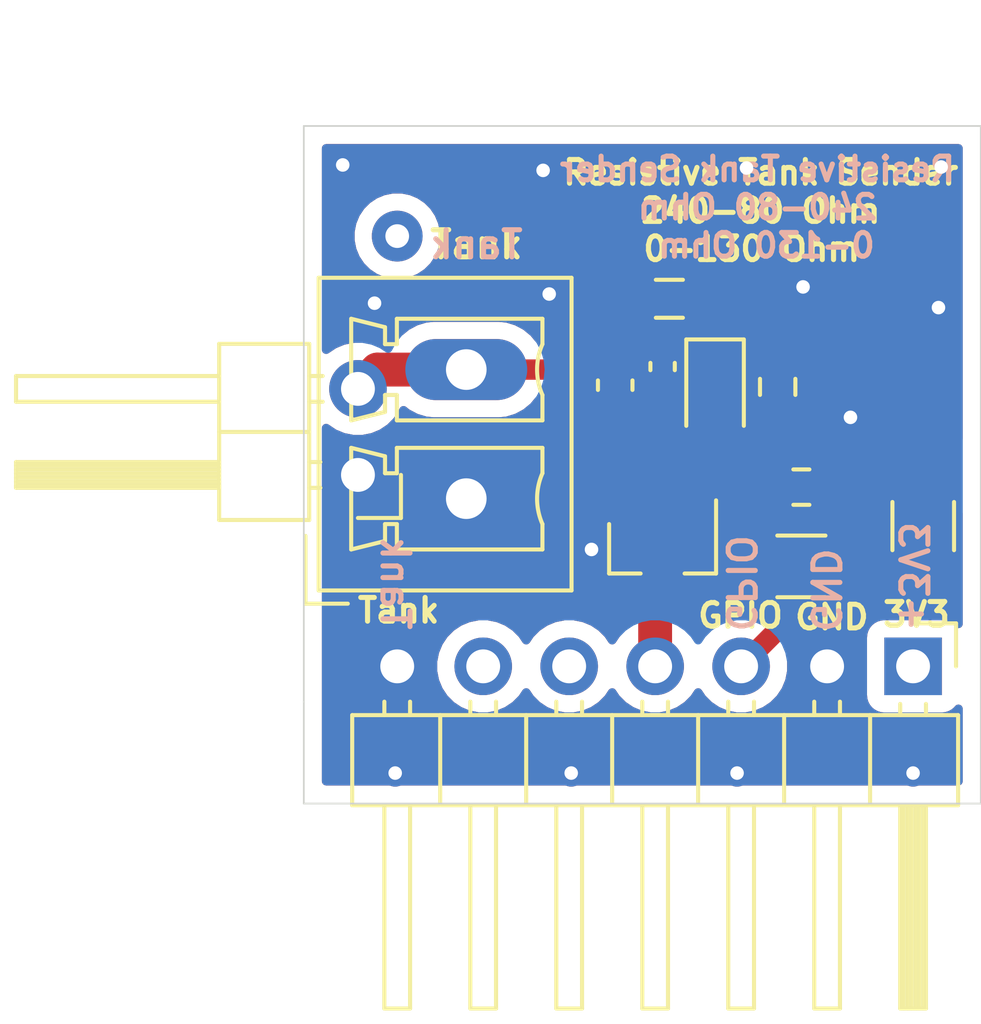
<source format=kicad_pcb>
(kicad_pcb (version 20171130) (host pcbnew "(5.1.8-0-10_14)")

  (general
    (thickness 1.6)
    (drawings 18)
    (tracks 79)
    (zones 0)
    (modules 13)
    (nets 7)
  )

  (page A4)
  (layers
    (0 F.Cu signal)
    (31 B.Cu signal)
    (32 B.Adhes user)
    (33 F.Adhes user)
    (34 B.Paste user hide)
    (35 F.Paste user hide)
    (36 B.SilkS user)
    (37 F.SilkS user)
    (38 B.Mask user hide)
    (39 F.Mask user hide)
    (40 Dwgs.User user)
    (41 Cmts.User user)
    (42 Eco1.User user)
    (43 Eco2.User user)
    (44 Edge.Cuts user)
    (45 Margin user)
    (46 B.CrtYd user)
    (47 F.CrtYd user)
    (48 B.Fab user)
    (49 F.Fab user)
  )

  (setup
    (last_trace_width 0.25)
    (user_trace_width 0.4)
    (user_trace_width 0.6)
    (user_trace_width 1)
    (trace_clearance 0.2)
    (zone_clearance 0.508)
    (zone_45_only no)
    (trace_min 0.2)
    (via_size 0.8)
    (via_drill 0.4)
    (via_min_size 0.4)
    (via_min_drill 0.3)
    (uvia_size 0.3)
    (uvia_drill 0.1)
    (uvias_allowed no)
    (uvia_min_size 0.2)
    (uvia_min_drill 0.1)
    (edge_width 0.05)
    (segment_width 0.2)
    (pcb_text_width 0.3)
    (pcb_text_size 1.5 1.5)
    (mod_edge_width 0.12)
    (mod_text_size 1 1)
    (mod_text_width 0.15)
    (pad_size 1.524 1.524)
    (pad_drill 0.762)
    (pad_to_mask_clearance 0)
    (aux_axis_origin 0 0)
    (visible_elements FFFFFF7F)
    (pcbplotparams
      (layerselection 0x010f0_ffffffff)
      (usegerberextensions false)
      (usegerberattributes true)
      (usegerberadvancedattributes true)
      (creategerberjobfile true)
      (excludeedgelayer false)
      (linewidth 0.100000)
      (plotframeref false)
      (viasonmask false)
      (mode 1)
      (useauxorigin false)
      (hpglpennumber 1)
      (hpglpenspeed 20)
      (hpglpendiameter 15.000000)
      (psnegative false)
      (psa4output false)
      (plotreference true)
      (plotvalue true)
      (plotinvisibletext false)
      (padsonsilk false)
      (subtractmaskfromsilk false)
      (outputformat 1)
      (mirror false)
      (drillshape 0)
      (scaleselection 1)
      (outputdirectory "assembly"))
  )

  (net 0 "")
  (net 1 GND)
  (net 2 "Net-(R102-Pad1)")
  (net 3 /VIN_PROT)
  (net 4 /Tank)
  (net 5 /GPIO_AD)
  (net 6 "Net-(C102-Pad1)")

  (net_class Default "This is the default net class."
    (clearance 0.2)
    (trace_width 0.25)
    (via_dia 0.8)
    (via_drill 0.4)
    (uvia_dia 0.3)
    (uvia_drill 0.1)
    (add_net +3V3)
    (add_net /GPIO_AD)
    (add_net /Tank)
    (add_net /VIN_PROT)
    (add_net GND)
    (add_net "Net-(C102-Pad1)")
    (add_net "Net-(J101-Pad5)")
    (add_net "Net-(J101-Pad6)")
    (add_net "Net-(R102-Pad1)")
  )

  (module Resistor_SMD:R_0603_1608Metric (layer F.Cu) (tedit 5F68FEEE) (tstamp 5FB90B88)
    (at 159 80.7 90)
    (descr "Resistor SMD 0603 (1608 Metric), square (rectangular) end terminal, IPC_7351 nominal, (Body size source: IPC-SM-782 page 72, https://www.pcb-3d.com/wordpress/wp-content/uploads/ipc-sm-782a_amendment_1_and_2.pdf), generated with kicad-footprint-generator")
    (tags resistor)
    (path /5FB2383C)
    (attr smd)
    (fp_text reference R102 (at 0 -1.43 90) (layer F.SilkS) hide
      (effects (font (size 1 1) (thickness 0.15)))
    )
    (fp_text value 470 (at 0 1.43 90) (layer F.Fab) hide
      (effects (font (size 1 1) (thickness 0.15)))
    )
    (fp_line (start 1.48 0.73) (end -1.48 0.73) (layer F.CrtYd) (width 0.05))
    (fp_line (start 1.48 -0.73) (end 1.48 0.73) (layer F.CrtYd) (width 0.05))
    (fp_line (start -1.48 -0.73) (end 1.48 -0.73) (layer F.CrtYd) (width 0.05))
    (fp_line (start -1.48 0.73) (end -1.48 -0.73) (layer F.CrtYd) (width 0.05))
    (fp_line (start -0.237258 0.5225) (end 0.237258 0.5225) (layer F.SilkS) (width 0.12))
    (fp_line (start -0.237258 -0.5225) (end 0.237258 -0.5225) (layer F.SilkS) (width 0.12))
    (fp_line (start 0.8 0.4125) (end -0.8 0.4125) (layer F.Fab) (width 0.1))
    (fp_line (start 0.8 -0.4125) (end 0.8 0.4125) (layer F.Fab) (width 0.1))
    (fp_line (start -0.8 -0.4125) (end 0.8 -0.4125) (layer F.Fab) (width 0.1))
    (fp_line (start -0.8 0.4125) (end -0.8 -0.4125) (layer F.Fab) (width 0.1))
    (fp_text user %R (at 0 0 90) (layer F.Fab) hide
      (effects (font (size 0.4 0.4) (thickness 0.06)))
    )
    (pad 2 smd roundrect (at 0.825 0 90) (size 0.8 0.95) (layers F.Cu F.Paste F.Mask) (roundrect_rratio 0.25)
      (net 6 "Net-(C102-Pad1)"))
    (pad 1 smd roundrect (at -0.825 0 90) (size 0.8 0.95) (layers F.Cu F.Paste F.Mask) (roundrect_rratio 0.25)
      (net 2 "Net-(R102-Pad1)"))
    (model ${KISYS3DMOD}/Resistor_SMD.3dshapes/R_0603_1608Metric.wrl
      (at (xyz 0 0 0))
      (scale (xyz 1 1 1))
      (rotate (xyz 0 0 0))
    )
  )

  (module Resistor_SMD:R_0603_1608Metric (layer F.Cu) (tedit 5F68FEEE) (tstamp 5FB8554C)
    (at 159.7 83.66 180)
    (descr "Resistor SMD 0603 (1608 Metric), square (rectangular) end terminal, IPC_7351 nominal, (Body size source: IPC-SM-782 page 72, https://www.pcb-3d.com/wordpress/wp-content/uploads/ipc-sm-782a_amendment_1_and_2.pdf), generated with kicad-footprint-generator")
    (tags resistor)
    (path /5FB23882)
    (attr smd)
    (fp_text reference R101 (at 0 -1.43) (layer F.SilkS) hide
      (effects (font (size 1 1) (thickness 0.15)))
    )
    (fp_text value 2K (at 0 1.43) (layer F.Fab) hide
      (effects (font (size 1 1) (thickness 0.15)))
    )
    (fp_line (start 1.48 0.73) (end -1.48 0.73) (layer F.CrtYd) (width 0.05))
    (fp_line (start 1.48 -0.73) (end 1.48 0.73) (layer F.CrtYd) (width 0.05))
    (fp_line (start -1.48 -0.73) (end 1.48 -0.73) (layer F.CrtYd) (width 0.05))
    (fp_line (start -1.48 0.73) (end -1.48 -0.73) (layer F.CrtYd) (width 0.05))
    (fp_line (start -0.237258 0.5225) (end 0.237258 0.5225) (layer F.SilkS) (width 0.12))
    (fp_line (start -0.237258 -0.5225) (end 0.237258 -0.5225) (layer F.SilkS) (width 0.12))
    (fp_line (start 0.8 0.4125) (end -0.8 0.4125) (layer F.Fab) (width 0.1))
    (fp_line (start 0.8 -0.4125) (end 0.8 0.4125) (layer F.Fab) (width 0.1))
    (fp_line (start -0.8 -0.4125) (end 0.8 -0.4125) (layer F.Fab) (width 0.1))
    (fp_line (start -0.8 0.4125) (end -0.8 -0.4125) (layer F.Fab) (width 0.1))
    (fp_text user %R (at 0 0) (layer F.Fab) hide
      (effects (font (size 0.4 0.4) (thickness 0.06)))
    )
    (pad 2 smd roundrect (at 0.825 0 180) (size 0.8 0.95) (layers F.Cu F.Paste F.Mask) (roundrect_rratio 0.25)
      (net 6 "Net-(C102-Pad1)"))
    (pad 1 smd roundrect (at -0.825 0 180) (size 0.8 0.95) (layers F.Cu F.Paste F.Mask) (roundrect_rratio 0.25)
      (net 5 /GPIO_AD))
    (model ${KISYS3DMOD}/Resistor_SMD.3dshapes/R_0603_1608Metric.wrl
      (at (xyz 0 0 0))
      (scale (xyz 1 1 1))
      (rotate (xyz 0 0 0))
    )
  )

  (module TestPoint:TestPoint_THTPad_D1.5mm_Drill0.7mm locked (layer F.Cu) (tedit 5FB7C017) (tstamp 5FB84DC2)
    (at 147.76 76.25)
    (descr "THT pad as test Point, diameter 1.5mm, hole diameter 0.7mm")
    (tags "test point THT pad")
    (attr virtual)
    (fp_text reference REF** (at 0 -1.648) (layer F.SilkS) hide
      (effects (font (size 1 1) (thickness 0.15)))
    )
    (fp_text value TestPoint_THTPad_D1.5mm_Drill0.7mm (at 0 1.75) (layer F.Fab) hide
      (effects (font (size 1 1) (thickness 0.15)))
    )
    (fp_text user %R (at 0 -1.65) (layer F.Fab) hide
      (effects (font (size 1 1) (thickness 0.15)))
    )
    (pad 1 thru_hole circle (at 0 0) (size 1.5 1.5) (drill 0.7) (layers *.Cu *.Mask))
  )

  (module Connector_Phoenix_MC:PhoenixContact_MCV_1,5_2-G-3.81_1x02_P3.81mm_Vertical (layer F.Cu) (tedit 5B784ED1) (tstamp 5FB867A2)
    (at 149.8 84 90)
    (descr "Generic Phoenix Contact connector footprint for: MCV_1,5/2-G-3.81; number of pins: 02; pin pitch: 3.81mm; Vertical || order number: 1803426 8A 160V")
    (tags "phoenix_contact connector MCV_01x02_G_3.81mm")
    (path /5FB71B2A)
    (attr virtual)
    (fp_text reference J103 (at 1.9 -5.45 90) (layer F.SilkS) hide
      (effects (font (size 1 1) (thickness 0.15)))
    )
    (fp_text value TANK (at 1.9 4.2 90) (layer F.Fab) hide
      (effects (font (size 1 1) (thickness 0.15)))
    )
    (fp_line (start -3.1 -4.75) (end -1.1 -4.75) (layer F.Fab) (width 0.1))
    (fp_line (start -3.1 -3.5) (end -3.1 -4.75) (layer F.Fab) (width 0.1))
    (fp_line (start -3.1 -4.75) (end -1.1 -4.75) (layer F.SilkS) (width 0.12))
    (fp_line (start -3.1 -3.5) (end -3.1 -4.75) (layer F.SilkS) (width 0.12))
    (fp_line (start 6.91 -4.75) (end -3.1 -4.75) (layer F.CrtYd) (width 0.05))
    (fp_line (start 6.91 3.5) (end 6.91 -4.75) (layer F.CrtYd) (width 0.05))
    (fp_line (start -3.1 3.5) (end 6.91 3.5) (layer F.CrtYd) (width 0.05))
    (fp_line (start -3.1 -4.75) (end -3.1 3.5) (layer F.CrtYd) (width 0.05))
    (fp_line (start 5.31 2.25) (end 4.56 2.25) (layer F.SilkS) (width 0.12))
    (fp_line (start 5.31 -2.05) (end 5.31 2.25) (layer F.SilkS) (width 0.12))
    (fp_line (start 4.56 -2.05) (end 5.31 -2.05) (layer F.SilkS) (width 0.12))
    (fp_line (start 4.56 -2.4) (end 4.56 -2.05) (layer F.SilkS) (width 0.12))
    (fp_line (start 5.06 -2.4) (end 4.56 -2.4) (layer F.SilkS) (width 0.12))
    (fp_line (start 5.31 -3.4) (end 5.06 -2.4) (layer F.SilkS) (width 0.12))
    (fp_line (start 2.31 -3.4) (end 5.31 -3.4) (layer F.SilkS) (width 0.12))
    (fp_line (start 2.56 -2.4) (end 2.31 -3.4) (layer F.SilkS) (width 0.12))
    (fp_line (start 3.06 -2.4) (end 2.56 -2.4) (layer F.SilkS) (width 0.12))
    (fp_line (start 3.06 -2.05) (end 3.06 -2.4) (layer F.SilkS) (width 0.12))
    (fp_line (start 2.31 -2.05) (end 3.06 -2.05) (layer F.SilkS) (width 0.12))
    (fp_line (start 2.31 2.25) (end 2.31 -2.05) (layer F.SilkS) (width 0.12))
    (fp_line (start 3.06 2.25) (end 2.31 2.25) (layer F.SilkS) (width 0.12))
    (fp_line (start 1.5 2.25) (end 0.75 2.25) (layer F.SilkS) (width 0.12))
    (fp_line (start 1.5 -2.05) (end 1.5 2.25) (layer F.SilkS) (width 0.12))
    (fp_line (start 0.75 -2.05) (end 1.5 -2.05) (layer F.SilkS) (width 0.12))
    (fp_line (start 0.75 -2.4) (end 0.75 -2.05) (layer F.SilkS) (width 0.12))
    (fp_line (start 1.25 -2.4) (end 0.75 -2.4) (layer F.SilkS) (width 0.12))
    (fp_line (start 1.5 -3.4) (end 1.25 -2.4) (layer F.SilkS) (width 0.12))
    (fp_line (start -1.5 -3.4) (end 1.5 -3.4) (layer F.SilkS) (width 0.12))
    (fp_line (start -1.25 -2.4) (end -1.5 -3.4) (layer F.SilkS) (width 0.12))
    (fp_line (start -0.75 -2.4) (end -1.25 -2.4) (layer F.SilkS) (width 0.12))
    (fp_line (start -0.75 -2.05) (end -0.75 -2.4) (layer F.SilkS) (width 0.12))
    (fp_line (start -1.5 -2.05) (end -0.75 -2.05) (layer F.SilkS) (width 0.12))
    (fp_line (start -1.5 2.25) (end -1.5 -2.05) (layer F.SilkS) (width 0.12))
    (fp_line (start -0.75 2.25) (end -1.5 2.25) (layer F.SilkS) (width 0.12))
    (fp_line (start 6.41 -4.25) (end -2.6 -4.25) (layer F.Fab) (width 0.1))
    (fp_line (start 6.41 3) (end 6.41 -4.25) (layer F.Fab) (width 0.1))
    (fp_line (start -2.6 3) (end 6.41 3) (layer F.Fab) (width 0.1))
    (fp_line (start -2.6 -4.25) (end -2.6 3) (layer F.Fab) (width 0.1))
    (fp_line (start 6.52 -4.36) (end -2.71 -4.36) (layer F.SilkS) (width 0.12))
    (fp_line (start 6.52 3.11) (end 6.52 -4.36) (layer F.SilkS) (width 0.12))
    (fp_line (start -2.71 3.11) (end 6.52 3.11) (layer F.SilkS) (width 0.12))
    (fp_line (start -2.71 -4.36) (end -2.71 3.11) (layer F.SilkS) (width 0.12))
    (fp_text user %R (at 1.9 -3.55 90) (layer F.Fab) hide
      (effects (font (size 1 1) (thickness 0.15)))
    )
    (fp_arc (start 3.81 3.95) (end 3.06 2.25) (angle 47.6) (layer F.SilkS) (width 0.12))
    (fp_arc (start 0 3.95) (end -0.75 2.25) (angle 47.6) (layer F.SilkS) (width 0.12))
    (pad 2 thru_hole oval (at 3.81 0 90) (size 1.8 3.6) (drill 1.2) (layers *.Cu *.Mask)
      (net 4 /Tank))
    (pad 1 thru_hole roundrect (at 0 0 90) (size 1.8 3.6) (drill 1.2) (layers *.Cu *.Mask) (roundrect_rratio 0.138889)
      (net 1 GND))
    (model ${KISYS3DMOD}/Connector_Phoenix_MC.3dshapes/PhoenixContact_MCV_1,5_2-G-3.81_1x02_P3.81mm_Vertical.wrl
      (at (xyz 0 0 0))
      (scale (xyz 1 1 1))
      (rotate (xyz 0 0 0))
    )
  )

  (module Connector_PinHeader_2.54mm:PinHeader_1x07_P2.54mm_Horizontal (layer F.Cu) (tedit 59FED5CB) (tstamp 5FB7C6CA)
    (at 163 88.95 270)
    (descr "Through hole angled pin header, 1x07, 2.54mm pitch, 6mm pin length, single row")
    (tags "Through hole angled pin header THT 1x07 2.54mm single row")
    (path /5FB70ADD)
    (fp_text reference J101 (at 4.385 -2.27 90) (layer F.SilkS) hide
      (effects (font (size 1 1) (thickness 0.15)))
    )
    (fp_text value Interface (at 4.385 17.51 90) (layer F.Fab) hide
      (effects (font (size 1 1) (thickness 0.15)))
    )
    (fp_line (start 10.55 -1.8) (end -1.8 -1.8) (layer F.CrtYd) (width 0.05))
    (fp_line (start 10.55 17.05) (end 10.55 -1.8) (layer F.CrtYd) (width 0.05))
    (fp_line (start -1.8 17.05) (end 10.55 17.05) (layer F.CrtYd) (width 0.05))
    (fp_line (start -1.8 -1.8) (end -1.8 17.05) (layer F.CrtYd) (width 0.05))
    (fp_line (start -1.27 -1.27) (end 0 -1.27) (layer F.SilkS) (width 0.12))
    (fp_line (start -1.27 0) (end -1.27 -1.27) (layer F.SilkS) (width 0.12))
    (fp_line (start 1.042929 15.62) (end 1.44 15.62) (layer F.SilkS) (width 0.12))
    (fp_line (start 1.042929 14.86) (end 1.44 14.86) (layer F.SilkS) (width 0.12))
    (fp_line (start 10.1 15.62) (end 4.1 15.62) (layer F.SilkS) (width 0.12))
    (fp_line (start 10.1 14.86) (end 10.1 15.62) (layer F.SilkS) (width 0.12))
    (fp_line (start 4.1 14.86) (end 10.1 14.86) (layer F.SilkS) (width 0.12))
    (fp_line (start 1.44 13.97) (end 4.1 13.97) (layer F.SilkS) (width 0.12))
    (fp_line (start 1.042929 13.08) (end 1.44 13.08) (layer F.SilkS) (width 0.12))
    (fp_line (start 1.042929 12.32) (end 1.44 12.32) (layer F.SilkS) (width 0.12))
    (fp_line (start 10.1 13.08) (end 4.1 13.08) (layer F.SilkS) (width 0.12))
    (fp_line (start 10.1 12.32) (end 10.1 13.08) (layer F.SilkS) (width 0.12))
    (fp_line (start 4.1 12.32) (end 10.1 12.32) (layer F.SilkS) (width 0.12))
    (fp_line (start 1.44 11.43) (end 4.1 11.43) (layer F.SilkS) (width 0.12))
    (fp_line (start 1.042929 10.54) (end 1.44 10.54) (layer F.SilkS) (width 0.12))
    (fp_line (start 1.042929 9.78) (end 1.44 9.78) (layer F.SilkS) (width 0.12))
    (fp_line (start 10.1 10.54) (end 4.1 10.54) (layer F.SilkS) (width 0.12))
    (fp_line (start 10.1 9.78) (end 10.1 10.54) (layer F.SilkS) (width 0.12))
    (fp_line (start 4.1 9.78) (end 10.1 9.78) (layer F.SilkS) (width 0.12))
    (fp_line (start 1.44 8.89) (end 4.1 8.89) (layer F.SilkS) (width 0.12))
    (fp_line (start 1.042929 8) (end 1.44 8) (layer F.SilkS) (width 0.12))
    (fp_line (start 1.042929 7.24) (end 1.44 7.24) (layer F.SilkS) (width 0.12))
    (fp_line (start 10.1 8) (end 4.1 8) (layer F.SilkS) (width 0.12))
    (fp_line (start 10.1 7.24) (end 10.1 8) (layer F.SilkS) (width 0.12))
    (fp_line (start 4.1 7.24) (end 10.1 7.24) (layer F.SilkS) (width 0.12))
    (fp_line (start 1.44 6.35) (end 4.1 6.35) (layer F.SilkS) (width 0.12))
    (fp_line (start 1.042929 5.46) (end 1.44 5.46) (layer F.SilkS) (width 0.12))
    (fp_line (start 1.042929 4.7) (end 1.44 4.7) (layer F.SilkS) (width 0.12))
    (fp_line (start 10.1 5.46) (end 4.1 5.46) (layer F.SilkS) (width 0.12))
    (fp_line (start 10.1 4.7) (end 10.1 5.46) (layer F.SilkS) (width 0.12))
    (fp_line (start 4.1 4.7) (end 10.1 4.7) (layer F.SilkS) (width 0.12))
    (fp_line (start 1.44 3.81) (end 4.1 3.81) (layer F.SilkS) (width 0.12))
    (fp_line (start 1.042929 2.92) (end 1.44 2.92) (layer F.SilkS) (width 0.12))
    (fp_line (start 1.042929 2.16) (end 1.44 2.16) (layer F.SilkS) (width 0.12))
    (fp_line (start 10.1 2.92) (end 4.1 2.92) (layer F.SilkS) (width 0.12))
    (fp_line (start 10.1 2.16) (end 10.1 2.92) (layer F.SilkS) (width 0.12))
    (fp_line (start 4.1 2.16) (end 10.1 2.16) (layer F.SilkS) (width 0.12))
    (fp_line (start 1.44 1.27) (end 4.1 1.27) (layer F.SilkS) (width 0.12))
    (fp_line (start 1.11 0.38) (end 1.44 0.38) (layer F.SilkS) (width 0.12))
    (fp_line (start 1.11 -0.38) (end 1.44 -0.38) (layer F.SilkS) (width 0.12))
    (fp_line (start 4.1 0.28) (end 10.1 0.28) (layer F.SilkS) (width 0.12))
    (fp_line (start 4.1 0.16) (end 10.1 0.16) (layer F.SilkS) (width 0.12))
    (fp_line (start 4.1 0.04) (end 10.1 0.04) (layer F.SilkS) (width 0.12))
    (fp_line (start 4.1 -0.08) (end 10.1 -0.08) (layer F.SilkS) (width 0.12))
    (fp_line (start 4.1 -0.2) (end 10.1 -0.2) (layer F.SilkS) (width 0.12))
    (fp_line (start 4.1 -0.32) (end 10.1 -0.32) (layer F.SilkS) (width 0.12))
    (fp_line (start 10.1 0.38) (end 4.1 0.38) (layer F.SilkS) (width 0.12))
    (fp_line (start 10.1 -0.38) (end 10.1 0.38) (layer F.SilkS) (width 0.12))
    (fp_line (start 4.1 -0.38) (end 10.1 -0.38) (layer F.SilkS) (width 0.12))
    (fp_line (start 4.1 -1.33) (end 1.44 -1.33) (layer F.SilkS) (width 0.12))
    (fp_line (start 4.1 16.57) (end 4.1 -1.33) (layer F.SilkS) (width 0.12))
    (fp_line (start 1.44 16.57) (end 4.1 16.57) (layer F.SilkS) (width 0.12))
    (fp_line (start 1.44 -1.33) (end 1.44 16.57) (layer F.SilkS) (width 0.12))
    (fp_line (start 4.04 15.56) (end 10.04 15.56) (layer F.Fab) (width 0.1))
    (fp_line (start 10.04 14.92) (end 10.04 15.56) (layer F.Fab) (width 0.1))
    (fp_line (start 4.04 14.92) (end 10.04 14.92) (layer F.Fab) (width 0.1))
    (fp_line (start -0.32 15.56) (end 1.5 15.56) (layer F.Fab) (width 0.1))
    (fp_line (start -0.32 14.92) (end -0.32 15.56) (layer F.Fab) (width 0.1))
    (fp_line (start -0.32 14.92) (end 1.5 14.92) (layer F.Fab) (width 0.1))
    (fp_line (start 4.04 13.02) (end 10.04 13.02) (layer F.Fab) (width 0.1))
    (fp_line (start 10.04 12.38) (end 10.04 13.02) (layer F.Fab) (width 0.1))
    (fp_line (start 4.04 12.38) (end 10.04 12.38) (layer F.Fab) (width 0.1))
    (fp_line (start -0.32 13.02) (end 1.5 13.02) (layer F.Fab) (width 0.1))
    (fp_line (start -0.32 12.38) (end -0.32 13.02) (layer F.Fab) (width 0.1))
    (fp_line (start -0.32 12.38) (end 1.5 12.38) (layer F.Fab) (width 0.1))
    (fp_line (start 4.04 10.48) (end 10.04 10.48) (layer F.Fab) (width 0.1))
    (fp_line (start 10.04 9.84) (end 10.04 10.48) (layer F.Fab) (width 0.1))
    (fp_line (start 4.04 9.84) (end 10.04 9.84) (layer F.Fab) (width 0.1))
    (fp_line (start -0.32 10.48) (end 1.5 10.48) (layer F.Fab) (width 0.1))
    (fp_line (start -0.32 9.84) (end -0.32 10.48) (layer F.Fab) (width 0.1))
    (fp_line (start -0.32 9.84) (end 1.5 9.84) (layer F.Fab) (width 0.1))
    (fp_line (start 4.04 7.94) (end 10.04 7.94) (layer F.Fab) (width 0.1))
    (fp_line (start 10.04 7.3) (end 10.04 7.94) (layer F.Fab) (width 0.1))
    (fp_line (start 4.04 7.3) (end 10.04 7.3) (layer F.Fab) (width 0.1))
    (fp_line (start -0.32 7.94) (end 1.5 7.94) (layer F.Fab) (width 0.1))
    (fp_line (start -0.32 7.3) (end -0.32 7.94) (layer F.Fab) (width 0.1))
    (fp_line (start -0.32 7.3) (end 1.5 7.3) (layer F.Fab) (width 0.1))
    (fp_line (start 4.04 5.4) (end 10.04 5.4) (layer F.Fab) (width 0.1))
    (fp_line (start 10.04 4.76) (end 10.04 5.4) (layer F.Fab) (width 0.1))
    (fp_line (start 4.04 4.76) (end 10.04 4.76) (layer F.Fab) (width 0.1))
    (fp_line (start -0.32 5.4) (end 1.5 5.4) (layer F.Fab) (width 0.1))
    (fp_line (start -0.32 4.76) (end -0.32 5.4) (layer F.Fab) (width 0.1))
    (fp_line (start -0.32 4.76) (end 1.5 4.76) (layer F.Fab) (width 0.1))
    (fp_line (start 4.04 2.86) (end 10.04 2.86) (layer F.Fab) (width 0.1))
    (fp_line (start 10.04 2.22) (end 10.04 2.86) (layer F.Fab) (width 0.1))
    (fp_line (start 4.04 2.22) (end 10.04 2.22) (layer F.Fab) (width 0.1))
    (fp_line (start -0.32 2.86) (end 1.5 2.86) (layer F.Fab) (width 0.1))
    (fp_line (start -0.32 2.22) (end -0.32 2.86) (layer F.Fab) (width 0.1))
    (fp_line (start -0.32 2.22) (end 1.5 2.22) (layer F.Fab) (width 0.1))
    (fp_line (start 4.04 0.32) (end 10.04 0.32) (layer F.Fab) (width 0.1))
    (fp_line (start 10.04 -0.32) (end 10.04 0.32) (layer F.Fab) (width 0.1))
    (fp_line (start 4.04 -0.32) (end 10.04 -0.32) (layer F.Fab) (width 0.1))
    (fp_line (start -0.32 0.32) (end 1.5 0.32) (layer F.Fab) (width 0.1))
    (fp_line (start -0.32 -0.32) (end -0.32 0.32) (layer F.Fab) (width 0.1))
    (fp_line (start -0.32 -0.32) (end 1.5 -0.32) (layer F.Fab) (width 0.1))
    (fp_line (start 1.5 -0.635) (end 2.135 -1.27) (layer F.Fab) (width 0.1))
    (fp_line (start 1.5 16.51) (end 1.5 -0.635) (layer F.Fab) (width 0.1))
    (fp_line (start 4.04 16.51) (end 1.5 16.51) (layer F.Fab) (width 0.1))
    (fp_line (start 4.04 -1.27) (end 4.04 16.51) (layer F.Fab) (width 0.1))
    (fp_line (start 2.135 -1.27) (end 4.04 -1.27) (layer F.Fab) (width 0.1))
    (fp_text user %R (at 2.77 7.62) (layer F.Fab) hide
      (effects (font (size 1 1) (thickness 0.15)))
    )
    (pad 7 thru_hole oval (at 0 15.24 270) (size 1.7 1.7) (drill 1) (layers *.Cu *.Mask)
      (net 1 GND))
    (pad 6 thru_hole oval (at 0 12.7 270) (size 1.7 1.7) (drill 1) (layers *.Cu *.Mask))
    (pad 5 thru_hole oval (at 0 10.16 270) (size 1.7 1.7) (drill 1) (layers *.Cu *.Mask))
    (pad 4 thru_hole oval (at 0 7.62 270) (size 1.7 1.7) (drill 1) (layers *.Cu *.Mask)
      (net 3 /VIN_PROT))
    (pad 3 thru_hole oval (at 0 5.08 270) (size 1.7 1.7) (drill 1) (layers *.Cu *.Mask)
      (net 5 /GPIO_AD))
    (pad 2 thru_hole oval (at 0 2.54 270) (size 1.7 1.7) (drill 1) (layers *.Cu *.Mask)
      (net 1 GND))
    (pad 1 thru_hole rect (at 0 0 270) (size 1.7 1.7) (drill 1) (layers *.Cu *.Mask))
    (model ${KISYS3DMOD}/Connector_PinHeader_2.54mm.3dshapes/PinHeader_1x07_P2.54mm_Horizontal.wrl
      (at (xyz 0 0 0))
      (scale (xyz 1 1 1))
      (rotate (xyz 0 0 0))
    )
  )

  (module Connector_PinHeader_2.54mm:PinHeader_1x02_P2.54mm_Horizontal (layer F.Cu) (tedit 59FED5CB) (tstamp 5FB8560A)
    (at 146.6 83.3 180)
    (descr "Through hole angled pin header, 1x02, 2.54mm pitch, 6mm pin length, single row")
    (tags "Through hole angled pin header THT 1x02 2.54mm single row")
    (path /5FB2386E)
    (fp_text reference J102 (at 4.385 -2.27) (layer F.SilkS) hide
      (effects (font (size 1 1) (thickness 0.15)))
    )
    (fp_text value TANK (at 4.385 4.81) (layer F.Fab) hide
      (effects (font (size 1 1) (thickness 0.15)))
    )
    (fp_line (start 10.55 -1.8) (end -1.8 -1.8) (layer F.CrtYd) (width 0.05))
    (fp_line (start 10.55 4.35) (end 10.55 -1.8) (layer F.CrtYd) (width 0.05))
    (fp_line (start -1.8 4.35) (end 10.55 4.35) (layer F.CrtYd) (width 0.05))
    (fp_line (start -1.8 -1.8) (end -1.8 4.35) (layer F.CrtYd) (width 0.05))
    (fp_line (start -1.27 -1.27) (end 0 -1.27) (layer F.SilkS) (width 0.12))
    (fp_line (start -1.27 0) (end -1.27 -1.27) (layer F.SilkS) (width 0.12))
    (fp_line (start 1.042929 2.92) (end 1.44 2.92) (layer F.SilkS) (width 0.12))
    (fp_line (start 1.042929 2.16) (end 1.44 2.16) (layer F.SilkS) (width 0.12))
    (fp_line (start 10.1 2.92) (end 4.1 2.92) (layer F.SilkS) (width 0.12))
    (fp_line (start 10.1 2.16) (end 10.1 2.92) (layer F.SilkS) (width 0.12))
    (fp_line (start 4.1 2.16) (end 10.1 2.16) (layer F.SilkS) (width 0.12))
    (fp_line (start 1.44 1.27) (end 4.1 1.27) (layer F.SilkS) (width 0.12))
    (fp_line (start 1.11 0.38) (end 1.44 0.38) (layer F.SilkS) (width 0.12))
    (fp_line (start 1.11 -0.38) (end 1.44 -0.38) (layer F.SilkS) (width 0.12))
    (fp_line (start 4.1 0.28) (end 10.1 0.28) (layer F.SilkS) (width 0.12))
    (fp_line (start 4.1 0.16) (end 10.1 0.16) (layer F.SilkS) (width 0.12))
    (fp_line (start 4.1 0.04) (end 10.1 0.04) (layer F.SilkS) (width 0.12))
    (fp_line (start 4.1 -0.08) (end 10.1 -0.08) (layer F.SilkS) (width 0.12))
    (fp_line (start 4.1 -0.2) (end 10.1 -0.2) (layer F.SilkS) (width 0.12))
    (fp_line (start 4.1 -0.32) (end 10.1 -0.32) (layer F.SilkS) (width 0.12))
    (fp_line (start 10.1 0.38) (end 4.1 0.38) (layer F.SilkS) (width 0.12))
    (fp_line (start 10.1 -0.38) (end 10.1 0.38) (layer F.SilkS) (width 0.12))
    (fp_line (start 4.1 -0.38) (end 10.1 -0.38) (layer F.SilkS) (width 0.12))
    (fp_line (start 4.1 -1.33) (end 1.44 -1.33) (layer F.SilkS) (width 0.12))
    (fp_line (start 4.1 3.87) (end 4.1 -1.33) (layer F.SilkS) (width 0.12))
    (fp_line (start 1.44 3.87) (end 4.1 3.87) (layer F.SilkS) (width 0.12))
    (fp_line (start 1.44 -1.33) (end 1.44 3.87) (layer F.SilkS) (width 0.12))
    (fp_line (start 4.04 2.86) (end 10.04 2.86) (layer F.Fab) (width 0.1))
    (fp_line (start 10.04 2.22) (end 10.04 2.86) (layer F.Fab) (width 0.1))
    (fp_line (start 4.04 2.22) (end 10.04 2.22) (layer F.Fab) (width 0.1))
    (fp_line (start -0.32 2.86) (end 1.5 2.86) (layer F.Fab) (width 0.1))
    (fp_line (start -0.32 2.22) (end -0.32 2.86) (layer F.Fab) (width 0.1))
    (fp_line (start -0.32 2.22) (end 1.5 2.22) (layer F.Fab) (width 0.1))
    (fp_line (start 4.04 0.32) (end 10.04 0.32) (layer F.Fab) (width 0.1))
    (fp_line (start 10.04 -0.32) (end 10.04 0.32) (layer F.Fab) (width 0.1))
    (fp_line (start 4.04 -0.32) (end 10.04 -0.32) (layer F.Fab) (width 0.1))
    (fp_line (start -0.32 0.32) (end 1.5 0.32) (layer F.Fab) (width 0.1))
    (fp_line (start -0.32 -0.32) (end -0.32 0.32) (layer F.Fab) (width 0.1))
    (fp_line (start -0.32 -0.32) (end 1.5 -0.32) (layer F.Fab) (width 0.1))
    (fp_line (start 1.5 -0.635) (end 2.135 -1.27) (layer F.Fab) (width 0.1))
    (fp_line (start 1.5 3.81) (end 1.5 -0.635) (layer F.Fab) (width 0.1))
    (fp_line (start 4.04 3.81) (end 1.5 3.81) (layer F.Fab) (width 0.1))
    (fp_line (start 4.04 -1.27) (end 4.04 3.81) (layer F.Fab) (width 0.1))
    (fp_line (start 2.135 -1.27) (end 4.04 -1.27) (layer F.Fab) (width 0.1))
    (fp_text user %R (at 2.77 1.27 90) (layer F.Fab) hide
      (effects (font (size 1 1) (thickness 0.15)))
    )
    (pad 2 thru_hole oval (at 0 2.54 180) (size 1.7 1.7) (drill 1) (layers *.Cu *.Mask)
      (net 4 /Tank))
    (pad 1 thru_hole rect (at 0 0 180) (size 1.7 1.7) (drill 1) (layers *.Cu *.Mask)
      (net 1 GND))
    (model ${KISYS3DMOD}/Connector_PinHeader_2.54mm.3dshapes/PinHeader_1x02_P2.54mm_Horizontal.wrl
      (at (xyz 0 0 0))
      (scale (xyz 1 1 1))
      (rotate (xyz 0 0 0))
    )
  )

  (module Package_TO_SOT_SMD:SOT-23 (layer F.Cu) (tedit 5A02FF57) (tstamp 5FB855B0)
    (at 155.6 85.45 270)
    (descr "SOT-23, Standard")
    (tags SOT-23)
    (path /5FB238C7)
    (attr smd)
    (fp_text reference U101 (at 0 -2.5 90) (layer F.SilkS) hide
      (effects (font (size 1 1) (thickness 0.15)))
    )
    (fp_text value H7550-H# (at 0 2.5 90) (layer F.Fab) hide
      (effects (font (size 1 1) (thickness 0.15)))
    )
    (fp_line (start -0.7 -0.95) (end -0.7 1.5) (layer F.Fab) (width 0.1))
    (fp_line (start -0.15 -1.52) (end 0.7 -1.52) (layer F.Fab) (width 0.1))
    (fp_line (start -0.7 -0.95) (end -0.15 -1.52) (layer F.Fab) (width 0.1))
    (fp_line (start 0.7 -1.52) (end 0.7 1.52) (layer F.Fab) (width 0.1))
    (fp_line (start -0.7 1.52) (end 0.7 1.52) (layer F.Fab) (width 0.1))
    (fp_line (start 0.76 1.58) (end 0.76 0.65) (layer F.SilkS) (width 0.12))
    (fp_line (start 0.76 -1.58) (end 0.76 -0.65) (layer F.SilkS) (width 0.12))
    (fp_line (start -1.7 -1.75) (end 1.7 -1.75) (layer F.CrtYd) (width 0.05))
    (fp_line (start 1.7 -1.75) (end 1.7 1.75) (layer F.CrtYd) (width 0.05))
    (fp_line (start 1.7 1.75) (end -1.7 1.75) (layer F.CrtYd) (width 0.05))
    (fp_line (start -1.7 1.75) (end -1.7 -1.75) (layer F.CrtYd) (width 0.05))
    (fp_line (start 0.76 -1.58) (end -1.4 -1.58) (layer F.SilkS) (width 0.12))
    (fp_line (start 0.76 1.58) (end -0.7 1.58) (layer F.SilkS) (width 0.12))
    (fp_text user %R (at 0 0) (layer F.Fab) hide
      (effects (font (size 0.5 0.5) (thickness 0.075)))
    )
    (pad 3 smd rect (at 1 0 270) (size 0.9 0.8) (layers F.Cu F.Paste F.Mask)
      (net 3 /VIN_PROT))
    (pad 2 smd rect (at -1 0.95 270) (size 0.9 0.8) (layers F.Cu F.Paste F.Mask)
      (net 2 "Net-(R102-Pad1)"))
    (pad 1 smd rect (at -1 -0.95 270) (size 0.9 0.8) (layers F.Cu F.Paste F.Mask)
      (net 6 "Net-(C102-Pad1)"))
    (model ${KISYS3DMOD}/Package_TO_SOT_SMD.3dshapes/SOT-23.wrl
      (at (xyz 0 0 0))
      (scale (xyz 1 1 1))
      (rotate (xyz 0 0 0))
    )
  )

  (module Inductor_SMD:L_0805_2012Metric (layer F.Cu) (tedit 5F68FEF0) (tstamp 5FB8551C)
    (at 155.8 78.1)
    (descr "Inductor SMD 0805 (2012 Metric), square (rectangular) end terminal, IPC_7351 nominal, (Body size source: IPC-SM-782 page 80, https://www.pcb-3d.com/wordpress/wp-content/uploads/ipc-sm-782a_amendment_1_and_2.pdf), generated with kicad-footprint-generator")
    (tags inductor)
    (path /5FB238AD)
    (attr smd)
    (fp_text reference FB101 (at 0 -1.55) (layer F.SilkS) hide
      (effects (font (size 1 1) (thickness 0.15)))
    )
    (fp_text value GZ2012D101TF (at 0 1.55) (layer F.Fab) hide
      (effects (font (size 1 1) (thickness 0.15)))
    )
    (fp_line (start -1 0.45) (end -1 -0.45) (layer F.Fab) (width 0.1))
    (fp_line (start -1 -0.45) (end 1 -0.45) (layer F.Fab) (width 0.1))
    (fp_line (start 1 -0.45) (end 1 0.45) (layer F.Fab) (width 0.1))
    (fp_line (start 1 0.45) (end -1 0.45) (layer F.Fab) (width 0.1))
    (fp_line (start -0.399622 -0.56) (end 0.399622 -0.56) (layer F.SilkS) (width 0.12))
    (fp_line (start -0.399622 0.56) (end 0.399622 0.56) (layer F.SilkS) (width 0.12))
    (fp_line (start -1.75 0.85) (end -1.75 -0.85) (layer F.CrtYd) (width 0.05))
    (fp_line (start -1.75 -0.85) (end 1.75 -0.85) (layer F.CrtYd) (width 0.05))
    (fp_line (start 1.75 -0.85) (end 1.75 0.85) (layer F.CrtYd) (width 0.05))
    (fp_line (start 1.75 0.85) (end -1.75 0.85) (layer F.CrtYd) (width 0.05))
    (fp_text user %R (at 0 0) (layer F.Fab) hide
      (effects (font (size 0.5 0.5) (thickness 0.08)))
    )
    (pad 2 smd roundrect (at 1.0625 0) (size 0.875 1.2) (layers F.Cu F.Paste F.Mask) (roundrect_rratio 0.25)
      (net 6 "Net-(C102-Pad1)"))
    (pad 1 smd roundrect (at -1.0625 0) (size 0.875 1.2) (layers F.Cu F.Paste F.Mask) (roundrect_rratio 0.25)
      (net 4 /Tank))
    (model ${KISYS3DMOD}/Inductor_SMD.3dshapes/L_0805_2012Metric.wrl
      (at (xyz 0 0 0))
      (scale (xyz 1 1 1))
      (rotate (xyz 0 0 0))
    )
  )

  (module Diode_SMD:D_SOD-323 (layer F.Cu) (tedit 58641739) (tstamp 5FB854DE)
    (at 157.15 80.8 270)
    (descr SOD-323)
    (tags SOD-323)
    (path /5FB2385B)
    (attr smd)
    (fp_text reference D101 (at 0 -1.85 90) (layer F.SilkS) hide
      (effects (font (size 1 1) (thickness 0.15)))
    )
    (fp_text value KDZ3.3V-RTK/P (at 0.1 1.9 90) (layer F.Fab) hide
      (effects (font (size 1 1) (thickness 0.15)))
    )
    (fp_line (start -1.5 -0.85) (end -1.5 0.85) (layer F.SilkS) (width 0.12))
    (fp_line (start 0.2 0) (end 0.45 0) (layer F.Fab) (width 0.1))
    (fp_line (start 0.2 0.35) (end -0.3 0) (layer F.Fab) (width 0.1))
    (fp_line (start 0.2 -0.35) (end 0.2 0.35) (layer F.Fab) (width 0.1))
    (fp_line (start -0.3 0) (end 0.2 -0.35) (layer F.Fab) (width 0.1))
    (fp_line (start -0.3 0) (end -0.5 0) (layer F.Fab) (width 0.1))
    (fp_line (start -0.3 -0.35) (end -0.3 0.35) (layer F.Fab) (width 0.1))
    (fp_line (start -0.9 0.7) (end -0.9 -0.7) (layer F.Fab) (width 0.1))
    (fp_line (start 0.9 0.7) (end -0.9 0.7) (layer F.Fab) (width 0.1))
    (fp_line (start 0.9 -0.7) (end 0.9 0.7) (layer F.Fab) (width 0.1))
    (fp_line (start -0.9 -0.7) (end 0.9 -0.7) (layer F.Fab) (width 0.1))
    (fp_line (start -1.6 -0.95) (end 1.6 -0.95) (layer F.CrtYd) (width 0.05))
    (fp_line (start 1.6 -0.95) (end 1.6 0.95) (layer F.CrtYd) (width 0.05))
    (fp_line (start -1.6 0.95) (end 1.6 0.95) (layer F.CrtYd) (width 0.05))
    (fp_line (start -1.6 -0.95) (end -1.6 0.95) (layer F.CrtYd) (width 0.05))
    (fp_line (start -1.5 0.85) (end 1.05 0.85) (layer F.SilkS) (width 0.12))
    (fp_line (start -1.5 -0.85) (end 1.05 -0.85) (layer F.SilkS) (width 0.12))
    (fp_text user %R (at 0 -1.85 90) (layer F.Fab) hide
      (effects (font (size 1 1) (thickness 0.15)))
    )
    (pad 2 smd rect (at 1.05 0 270) (size 0.6 0.45) (layers F.Cu F.Paste F.Mask)
      (net 1 GND))
    (pad 1 smd rect (at -1.05 0 270) (size 0.6 0.45) (layers F.Cu F.Paste F.Mask)
      (net 6 "Net-(C102-Pad1)"))
    (model ${KISYS3DMOD}/Diode_SMD.3dshapes/D_SOD-323.wrl
      (at (xyz 0 0 0))
      (scale (xyz 1 1 1))
      (rotate (xyz 0 0 0))
    )
  )

  (module Capacitor_SMD:C_0603_1608Metric (layer F.Cu) (tedit 5F68FEEE) (tstamp 5FB854A7)
    (at 154.2 80.65 270)
    (descr "Capacitor SMD 0603 (1608 Metric), square (rectangular) end terminal, IPC_7351 nominal, (Body size source: IPC-SM-782 page 76, https://www.pcb-3d.com/wordpress/wp-content/uploads/ipc-sm-782a_amendment_1_and_2.pdf), generated with kicad-footprint-generator")
    (tags capacitor)
    (path /5FB238A2)
    (attr smd)
    (fp_text reference C104 (at 0 -1.43 90) (layer F.SilkS) hide
      (effects (font (size 1 1) (thickness 0.15)))
    )
    (fp_text value 33pF/50V (at 0 1.43 90) (layer F.Fab) hide
      (effects (font (size 1 1) (thickness 0.15)))
    )
    (fp_line (start -0.8 0.4) (end -0.8 -0.4) (layer F.Fab) (width 0.1))
    (fp_line (start -0.8 -0.4) (end 0.8 -0.4) (layer F.Fab) (width 0.1))
    (fp_line (start 0.8 -0.4) (end 0.8 0.4) (layer F.Fab) (width 0.1))
    (fp_line (start 0.8 0.4) (end -0.8 0.4) (layer F.Fab) (width 0.1))
    (fp_line (start -0.14058 -0.51) (end 0.14058 -0.51) (layer F.SilkS) (width 0.12))
    (fp_line (start -0.14058 0.51) (end 0.14058 0.51) (layer F.SilkS) (width 0.12))
    (fp_line (start -1.48 0.73) (end -1.48 -0.73) (layer F.CrtYd) (width 0.05))
    (fp_line (start -1.48 -0.73) (end 1.48 -0.73) (layer F.CrtYd) (width 0.05))
    (fp_line (start 1.48 -0.73) (end 1.48 0.73) (layer F.CrtYd) (width 0.05))
    (fp_line (start 1.48 0.73) (end -1.48 0.73) (layer F.CrtYd) (width 0.05))
    (fp_text user %R (at 0 0 90) (layer F.Fab) hide
      (effects (font (size 0.4 0.4) (thickness 0.06)))
    )
    (pad 2 smd roundrect (at 0.775 0 270) (size 0.9 0.95) (layers F.Cu F.Paste F.Mask) (roundrect_rratio 0.25)
      (net 1 GND))
    (pad 1 smd roundrect (at -0.775 0 270) (size 0.9 0.95) (layers F.Cu F.Paste F.Mask) (roundrect_rratio 0.25)
      (net 4 /Tank))
    (model ${KISYS3DMOD}/Capacitor_SMD.3dshapes/C_0603_1608Metric.wrl
      (at (xyz 0 0 0))
      (scale (xyz 1 1 1))
      (rotate (xyz 0 0 0))
    )
  )

  (module Capacitor_SMD:C_0402_1005Metric (layer F.Cu) (tedit 5F68FEEE) (tstamp 5FB85477)
    (at 155.6 80.1 270)
    (descr "Capacitor SMD 0402 (1005 Metric), square (rectangular) end terminal, IPC_7351 nominal, (Body size source: IPC-SM-782 page 76, https://www.pcb-3d.com/wordpress/wp-content/uploads/ipc-sm-782a_amendment_1_and_2.pdf), generated with kicad-footprint-generator")
    (tags capacitor)
    (path /5FB2389B)
    (attr smd)
    (fp_text reference C103 (at 0 -1.16 90) (layer F.SilkS) hide
      (effects (font (size 1 1) (thickness 0.15)))
    )
    (fp_text value 33pF (at 0 1.16 90) (layer F.Fab) hide
      (effects (font (size 1 1) (thickness 0.15)))
    )
    (fp_line (start -0.5 0.25) (end -0.5 -0.25) (layer F.Fab) (width 0.1))
    (fp_line (start -0.5 -0.25) (end 0.5 -0.25) (layer F.Fab) (width 0.1))
    (fp_line (start 0.5 -0.25) (end 0.5 0.25) (layer F.Fab) (width 0.1))
    (fp_line (start 0.5 0.25) (end -0.5 0.25) (layer F.Fab) (width 0.1))
    (fp_line (start -0.107836 -0.36) (end 0.107836 -0.36) (layer F.SilkS) (width 0.12))
    (fp_line (start -0.107836 0.36) (end 0.107836 0.36) (layer F.SilkS) (width 0.12))
    (fp_line (start -0.91 0.46) (end -0.91 -0.46) (layer F.CrtYd) (width 0.05))
    (fp_line (start -0.91 -0.46) (end 0.91 -0.46) (layer F.CrtYd) (width 0.05))
    (fp_line (start 0.91 -0.46) (end 0.91 0.46) (layer F.CrtYd) (width 0.05))
    (fp_line (start 0.91 0.46) (end -0.91 0.46) (layer F.CrtYd) (width 0.05))
    (fp_text user %R (at 0 0 90) (layer F.Fab) hide
      (effects (font (size 0.25 0.25) (thickness 0.04)))
    )
    (pad 2 smd roundrect (at 0.48 0 270) (size 0.56 0.62) (layers F.Cu F.Paste F.Mask) (roundrect_rratio 0.25)
      (net 1 GND))
    (pad 1 smd roundrect (at -0.48 0 270) (size 0.56 0.62) (layers F.Cu F.Paste F.Mask) (roundrect_rratio 0.25)
      (net 6 "Net-(C102-Pad1)"))
    (model ${KISYS3DMOD}/Capacitor_SMD.3dshapes/C_0402_1005Metric.wrl
      (at (xyz 0 0 0))
      (scale (xyz 1 1 1))
      (rotate (xyz 0 0 0))
    )
  )

  (module Capacitor_SMD:C_1206_3216Metric (layer F.Cu) (tedit 5F68FEEE) (tstamp 5FB85447)
    (at 163.3 84.81 270)
    (descr "Capacitor SMD 1206 (3216 Metric), square (rectangular) end terminal, IPC_7351 nominal, (Body size source: IPC-SM-782 page 76, https://www.pcb-3d.com/wordpress/wp-content/uploads/ipc-sm-782a_amendment_1_and_2.pdf), generated with kicad-footprint-generator")
    (tags capacitor)
    (path /5FB23853)
    (attr smd)
    (fp_text reference C102 (at 0 -1.85 90) (layer F.SilkS) hide
      (effects (font (size 1 1) (thickness 0.15)))
    )
    (fp_text value 10uF/50V (at 0 1.85 90) (layer F.Fab) hide
      (effects (font (size 1 1) (thickness 0.15)))
    )
    (fp_line (start -1.6 0.8) (end -1.6 -0.8) (layer F.Fab) (width 0.1))
    (fp_line (start -1.6 -0.8) (end 1.6 -0.8) (layer F.Fab) (width 0.1))
    (fp_line (start 1.6 -0.8) (end 1.6 0.8) (layer F.Fab) (width 0.1))
    (fp_line (start 1.6 0.8) (end -1.6 0.8) (layer F.Fab) (width 0.1))
    (fp_line (start -0.711252 -0.91) (end 0.711252 -0.91) (layer F.SilkS) (width 0.12))
    (fp_line (start -0.711252 0.91) (end 0.711252 0.91) (layer F.SilkS) (width 0.12))
    (fp_line (start -2.3 1.15) (end -2.3 -1.15) (layer F.CrtYd) (width 0.05))
    (fp_line (start -2.3 -1.15) (end 2.3 -1.15) (layer F.CrtYd) (width 0.05))
    (fp_line (start 2.3 -1.15) (end 2.3 1.15) (layer F.CrtYd) (width 0.05))
    (fp_line (start 2.3 1.15) (end -2.3 1.15) (layer F.CrtYd) (width 0.05))
    (fp_text user %R (at 0 0 90) (layer F.Fab) hide
      (effects (font (size 0.8 0.8) (thickness 0.12)))
    )
    (pad 2 smd roundrect (at 1.475 0 270) (size 1.15 1.8) (layers F.Cu F.Paste F.Mask) (roundrect_rratio 0.2173904347826087)
      (net 1 GND))
    (pad 1 smd roundrect (at -1.475 0 270) (size 1.15 1.8) (layers F.Cu F.Paste F.Mask) (roundrect_rratio 0.2173904347826087)
      (net 6 "Net-(C102-Pad1)"))
    (model ${KISYS3DMOD}/Capacitor_SMD.3dshapes/C_1206_3216Metric.wrl
      (at (xyz 0 0 0))
      (scale (xyz 1 1 1))
      (rotate (xyz 0 0 0))
    )
  )

  (module Capacitor_SMD:C_1206_3216Metric (layer F.Cu) (tedit 5F68FEEE) (tstamp 5FB85417)
    (at 159.7 86)
    (descr "Capacitor SMD 1206 (3216 Metric), square (rectangular) end terminal, IPC_7351 nominal, (Body size source: IPC-SM-782 page 76, https://www.pcb-3d.com/wordpress/wp-content/uploads/ipc-sm-782a_amendment_1_and_2.pdf), generated with kicad-footprint-generator")
    (tags capacitor)
    (path /5FB23845)
    (attr smd)
    (fp_text reference C101 (at 0 -1.85) (layer F.SilkS) hide
      (effects (font (size 1 1) (thickness 0.15)))
    )
    (fp_text value 10uF/50V (at 0 1.85) (layer F.Fab) hide
      (effects (font (size 1 1) (thickness 0.15)))
    )
    (fp_line (start -1.6 0.8) (end -1.6 -0.8) (layer F.Fab) (width 0.1))
    (fp_line (start -1.6 -0.8) (end 1.6 -0.8) (layer F.Fab) (width 0.1))
    (fp_line (start 1.6 -0.8) (end 1.6 0.8) (layer F.Fab) (width 0.1))
    (fp_line (start 1.6 0.8) (end -1.6 0.8) (layer F.Fab) (width 0.1))
    (fp_line (start -0.711252 -0.91) (end 0.711252 -0.91) (layer F.SilkS) (width 0.12))
    (fp_line (start -0.711252 0.91) (end 0.711252 0.91) (layer F.SilkS) (width 0.12))
    (fp_line (start -2.3 1.15) (end -2.3 -1.15) (layer F.CrtYd) (width 0.05))
    (fp_line (start -2.3 -1.15) (end 2.3 -1.15) (layer F.CrtYd) (width 0.05))
    (fp_line (start 2.3 -1.15) (end 2.3 1.15) (layer F.CrtYd) (width 0.05))
    (fp_line (start 2.3 1.15) (end -2.3 1.15) (layer F.CrtYd) (width 0.05))
    (fp_text user %R (at 0 0) (layer F.Fab) hide
      (effects (font (size 0.8 0.8) (thickness 0.12)))
    )
    (pad 2 smd roundrect (at 1.475 0) (size 1.15 1.8) (layers F.Cu F.Paste F.Mask) (roundrect_rratio 0.2173904347826087)
      (net 1 GND))
    (pad 1 smd roundrect (at -1.475 0) (size 1.15 1.8) (layers F.Cu F.Paste F.Mask) (roundrect_rratio 0.2173904347826087)
      (net 3 /VIN_PROT))
    (model ${KISYS3DMOD}/Capacitor_SMD.3dshapes/C_1206_3216Metric.wrl
      (at (xyz 0 0 0))
      (scale (xyz 1 1 1))
      (rotate (xyz 0 0 0))
    )
  )

  (gr_text "Tank\n" (at 150.1 76.5) (layer F.SilkS) (tstamp 5FB86D17)
    (effects (font (size 0.8 0.8) (thickness 0.15)))
  )
  (gr_text "Resistive Tank Sender\n240-80 Ohm\n0-130 Ohm \n" (at 158.5 75.5) (layer F.SilkS) (tstamp 5FB86D0C)
    (effects (font (size 0.7 0.7) (thickness 0.15)))
  )
  (gr_line (start 145 93) (end 165 93) (layer Edge.Cuts) (width 0.05) (tstamp 5FB84DBF))
  (gr_line (start 165 93) (end 165 73) (layer Edge.Cuts) (width 0.05) (tstamp 5FB84DBE))
  (gr_line (start 165 73) (end 145 73) (layer Edge.Cuts) (width 0.05) (tstamp 5FB84DBD))
  (gr_line (start 145 73) (end 145 90) (layer Edge.Cuts) (width 0.05) (tstamp 5FB84DBC))
  (gr_line (start 145 93) (end 145 90) (layer Edge.Cuts) (width 0.05) (tstamp 5FB84DBB))
  (gr_text GND (at 160.6 87.5) (layer F.SilkS) (tstamp 5FB84DBA)
    (effects (font (size 0.7 0.7) (thickness 0.15)))
  )
  (gr_text 3V3 (at 163.1 87.42) (layer F.SilkS) (tstamp 5FB84DB9)
    (effects (font (size 0.7 0.7) (thickness 0.15)))
  )
  (gr_text "GPIO\n" (at 157.9 86.5 270) (layer B.SilkS) (tstamp 5FB84DB8)
    (effects (font (size 0.8 0.8) (thickness 0.15)) (justify mirror))
  )
  (gr_text GPIO (at 157.9 87.45) (layer F.SilkS) (tstamp 5FB84DB7)
    (effects (font (size 0.7 0.7) (thickness 0.15)))
  )
  (gr_text GND (at 160.4 86.7 270) (layer B.SilkS) (tstamp 5FB84DB6)
    (effects (font (size 0.8 0.8) (thickness 0.15)) (justify mirror))
  )
  (gr_text "Hole here is for Single pin\n to support board edge \nif needed for connectors \nwhen Horizontal on SH-ESP32" (at 150 71) (layer Cmts.User) (tstamp 5FB84DB5)
    (effects (font (size 0.5 0.5) (thickness 0.125)))
  )
  (gr_text +3V3 (at 163 86.3 270) (layer B.SilkS) (tstamp 5FB84DB4)
    (effects (font (size 0.8 0.8) (thickness 0.15)) (justify mirror))
  )
  (gr_text Tank (at 147.7 86.5 270) (layer B.SilkS) (tstamp 5FB73D52)
    (effects (font (size 0.8 0.8) (thickness 0.15)) (justify mirror))
  )
  (gr_text "Tank\n" (at 150.1 76.5) (layer B.SilkS) (tstamp 5FB73BFD)
    (effects (font (size 0.8 0.8) (thickness 0.15)) (justify mirror))
  )
  (gr_text "Tank\n" (at 147.8 87.3) (layer F.SilkS) (tstamp 5FB73BF1)
    (effects (font (size 0.7 0.7) (thickness 0.15)))
  )
  (gr_text "Resistive Tank Sender\n240-80 Ohm\n0-130 Ohm \n" (at 158.4 75.4) (layer B.SilkS)
    (effects (font (size 0.7 0.7) (thickness 0.15)) (justify mirror))
  )

  (segment (start 161.46 86.285) (end 161.175 86) (width 1) (layer F.Cu) (net 1) (tstamp 5FB85747))
  (segment (start 163.3 86.285) (end 161.46 86.285) (width 1) (layer F.Cu) (net 1) (tstamp 5FB85744))
  (segment (start 161.16 86.015) (end 161.175 86) (width 1) (layer F.Cu) (net 1) (tstamp 5FB85765))
  (via (at 147.09 78.23) (size 0.8) (drill 0.4) (layers F.Cu B.Cu) (net 1) (tstamp 5FB85756))
  (via (at 163.75 78.36) (size 0.8) (drill 0.4) (layers F.Cu B.Cu) (net 1) (tstamp 5FB85759))
  (via (at 161.15 81.6) (size 0.8) (drill 0.4) (layers F.Cu B.Cu) (net 1) (tstamp 5FB8575C))
  (via (at 163.83 74.21) (size 0.8) (drill 0.4) (layers F.Cu B.Cu) (net 1) (tstamp 5FB8575F))
  (via (at 159.75 77.75) (size 0.8) (drill 0.4) (layers F.Cu B.Cu) (net 1) (tstamp 5FB85762))
  (via (at 152.25 77.96) (size 0.8) (drill 0.4) (layers F.Cu B.Cu) (net 1) (tstamp 5FB85738))
  (segment (start 147.3 84) (end 146.6 83.3) (width 1) (layer F.Cu) (net 1))
  (segment (start 149.8 84) (end 147.3 84) (width 1) (layer F.Cu) (net 1))
  (segment (start 160.46 86.715) (end 161.175 86) (width 1) (layer F.Cu) (net 1))
  (segment (start 160.46 88.95) (end 160.46 86.715) (width 1) (layer F.Cu) (net 1))
  (segment (start 151.285 82.515) (end 149.8 84) (width 1) (layer F.Cu) (net 1))
  (segment (start 160.46 89.44) (end 158.8 91.1) (width 1) (layer F.Cu) (net 1))
  (segment (start 160.46 88.95) (end 160.46 89.44) (width 1) (layer F.Cu) (net 1))
  (via (at 147.7 92.1) (size 0.8) (drill 0.4) (layers F.Cu B.Cu) (net 1) (tstamp 5FB86ED5))
  (via (at 152.9 92.1) (size 0.8) (drill 0.4) (layers F.Cu B.Cu) (net 1) (tstamp 5FB86ED7))
  (via (at 157.8 92.1) (size 0.8) (drill 0.4) (layers F.Cu B.Cu) (net 1) (tstamp 5FB86ED9))
  (via (at 163 92.1) (size 0.8) (drill 0.4) (layers F.Cu B.Cu) (net 1) (tstamp 5FB86EDB))
  (via (at 153.5 85.5) (size 0.8) (drill 0.4) (layers F.Cu B.Cu) (net 1) (tstamp 5FB86EDD))
  (segment (start 153.11 82.515) (end 154.2 81.425) (width 1) (layer F.Cu) (net 1))
  (segment (start 151.285 82.515) (end 153.11 82.515) (width 1) (layer F.Cu) (net 1))
  (segment (start 154.77501 81.425) (end 155.6 80.60001) (width 1) (layer F.Cu) (net 1))
  (segment (start 154.2 81.425) (end 154.77501 81.425) (width 1) (layer F.Cu) (net 1))
  (segment (start 155.6 81.525) (end 155.6 80.60001) (width 1) (layer F.Cu) (net 1))
  (segment (start 155.925 81.85) (end 155.6 81.525) (width 1) (layer F.Cu) (net 1))
  (segment (start 157.15 81.85) (end 155.925 81.85) (width 1) (layer F.Cu) (net 1))
  (via (at 146.15 74.15) (size 0.8) (drill 0.4) (layers F.Cu B.Cu) (net 1) (tstamp 5FB913DD))
  (segment (start 158.8 91.1) (end 149.59 91.1) (width 1) (layer F.Cu) (net 1))
  (segment (start 147.76 89.27) (end 147.76 88.95) (width 1) (layer F.Cu) (net 1))
  (segment (start 149.59 91.1) (end 147.76 89.27) (width 1) (layer F.Cu) (net 1))
  (segment (start 147.76 86.04) (end 149.8 84) (width 1) (layer F.Cu) (net 1))
  (segment (start 147.76 88.95) (end 147.76 86.04) (width 1) (layer F.Cu) (net 1))
  (via (at 152.07 74.31) (size 0.8) (drill 0.4) (layers F.Cu B.Cu) (net 1) (tstamp 5FB974E2))
  (via (at 158.08 74.24) (size 0.8) (drill 0.4) (layers F.Cu B.Cu) (net 1) (tstamp 5FB974E4))
  (segment (start 157.665008 82.859992) (end 159 81.525) (width 0.6) (layer F.Cu) (net 2))
  (segment (start 156.240008 82.859992) (end 157.665008 82.859992) (width 0.6) (layer F.Cu) (net 2))
  (segment (start 154.65 84.45) (end 156.240008 82.859992) (width 0.6) (layer F.Cu) (net 2))
  (segment (start 155.38 86.67) (end 155.6 86.45) (width 1) (layer F.Cu) (net 3))
  (segment (start 155.38 88.95) (end 155.38 86.67) (width 1) (layer F.Cu) (net 3))
  (segment (start 157.775 86.45) (end 158.225 86) (width 1) (layer F.Cu) (net 3))
  (segment (start 155.6 86.45) (end 157.775 86.45) (width 1) (layer F.Cu) (net 3))
  (segment (start 149.73 80.76) (end 150.3 80.19) (width 0.6) (layer F.Cu) (net 4) (tstamp 5FB85717))
  (segment (start 150.3 80.19) (end 151.22 80.19) (width 0.6) (layer B.Cu) (net 4) (tstamp 5FB85714))
  (segment (start 147.17 80.19) (end 146.6 80.76) (width 1) (layer F.Cu) (net 4))
  (segment (start 149.8 80.19) (end 147.17 80.19) (width 1) (layer F.Cu) (net 4))
  (segment (start 149.8 80.19) (end 150.19 80.19) (width 0.6) (layer B.Cu) (net 4))
  (segment (start 150.79 80.19) (end 149.8 80.19) (width 0.6) (layer B.Cu) (net 4))
  (segment (start 153.885 80.19) (end 154.2 79.875) (width 0.6) (layer F.Cu) (net 4))
  (segment (start 149.8 80.19) (end 153.885 80.19) (width 0.6) (layer F.Cu) (net 4))
  (segment (start 154.2 78.6375) (end 154.7375 78.1) (width 0.6) (layer F.Cu) (net 4))
  (segment (start 154.2 79.875) (end 154.2 78.6375) (width 0.6) (layer F.Cu) (net 4))
  (segment (start 159.45999 87.41001) (end 159.45999 84.72501) (width 0.6) (layer F.Cu) (net 5))
  (segment (start 159.45999 84.72501) (end 160.525 83.66) (width 0.6) (layer F.Cu) (net 5))
  (segment (start 157.92 88.95) (end 159.45999 87.41001) (width 0.6) (layer F.Cu) (net 5))
  (segment (start 157.34 83.66) (end 156.55 84.45) (width 0.6) (layer F.Cu) (net 6) (tstamp 5FB8573B))
  (segment (start 163.29 83.325) (end 163.3 83.335) (width 0.6) (layer F.Cu) (net 6) (tstamp 5FB85786))
  (segment (start 157.34 83.66) (end 158.875 83.66) (width 0.6) (layer F.Cu) (net 6))
  (segment (start 158.875 83.05) (end 158.875 83.66) (width 0.6) (layer F.Cu) (net 6))
  (segment (start 162.64999 82.68499) (end 163.3 83.335) (width 0.6) (layer F.Cu) (net 6))
  (segment (start 159.24001 82.68499) (end 162.64999 82.68499) (width 0.6) (layer F.Cu) (net 6))
  (segment (start 158.875 83.05) (end 159.24001 82.68499) (width 0.6) (layer F.Cu) (net 6))
  (segment (start 155.6 78.925) (end 155.6 79.6) (width 0.6) (layer F.Cu) (net 6))
  (segment (start 156.425 78.1) (end 155.6 78.925) (width 0.6) (layer F.Cu) (net 6))
  (segment (start 156.8625 78.1) (end 156.425 78.1) (width 0.6) (layer F.Cu) (net 6))
  (segment (start 156.325 78.925) (end 157.15 79.75) (width 0.6) (layer F.Cu) (net 6))
  (segment (start 155.6 78.925) (end 156.325 78.925) (width 0.6) (layer F.Cu) (net 6))
  (segment (start 158.875 79.75) (end 159 79.875) (width 0.6) (layer F.Cu) (net 6))
  (segment (start 157.15 79.75) (end 158.875 79.75) (width 0.6) (layer F.Cu) (net 6))
  (segment (start 159.97501 82.014954) (end 158.939964 83.05) (width 0.6) (layer F.Cu) (net 6))
  (segment (start 159.97501 80.85001) (end 159.97501 82.014954) (width 0.6) (layer F.Cu) (net 6))
  (segment (start 158.939964 83.05) (end 158.875 83.05) (width 0.6) (layer F.Cu) (net 6))
  (segment (start 159 79.875) (end 159.97501 80.85001) (width 0.6) (layer F.Cu) (net 6))
  (segment (start 156.8625 79.4625) (end 157.15 79.75) (width 0.6) (layer F.Cu) (net 6))
  (segment (start 156.8625 78.1) (end 156.8625 79.4625) (width 0.6) (layer F.Cu) (net 6))
  (segment (start 156.8625 78.1) (end 156.8625 78.1875) (width 0.6) (layer F.Cu) (net 6))
  (segment (start 156.325 78.725) (end 156.325 78.925) (width 0.6) (layer F.Cu) (net 6))
  (segment (start 156.8625 78.1875) (end 156.325 78.725) (width 0.6) (layer F.Cu) (net 6))

  (zone (net 1) (net_name GND) (layer F.Cu) (tstamp 5FB84DC1) (hatch edge 0.508)
    (connect_pads yes (clearance 0.508))
    (min_thickness 0.254)
    (fill yes (arc_segments 32) (thermal_gap 0.508) (thermal_bridge_width 0.508))
    (polygon
      (pts
        (xy 165 93) (xy 145 93) (xy 145 73) (xy 165 73)
      )
    )
    (filled_polygon
      (pts
        (xy 156.335498 80.29418) (xy 156.394463 80.404494) (xy 156.473815 80.501185) (xy 156.570506 80.580537) (xy 156.68082 80.639502)
        (xy 156.800518 80.675812) (xy 156.925 80.688072) (xy 157.135257 80.688072) (xy 157.149999 80.689524) (xy 157.164741 80.688072)
        (xy 157.375 80.688072) (xy 157.406192 80.685) (xy 158.153589 80.685) (xy 158.171866 80.7) (xy 158.132394 80.732394)
        (xy 158.028169 80.859392) (xy 157.950722 81.004284) (xy 157.903031 81.1615) (xy 157.887935 81.314776) (xy 157.277719 81.924992)
        (xy 156.28594 81.924992) (xy 156.240008 81.920468) (xy 156.194076 81.924992) (xy 156.056716 81.938521) (xy 155.880468 81.991985)
        (xy 155.718036 82.078806) (xy 155.575664 82.195648) (xy 155.546378 82.231333) (xy 154.415783 83.361928) (xy 154.25 83.361928)
        (xy 154.125518 83.374188) (xy 154.00582 83.410498) (xy 153.895506 83.469463) (xy 153.798815 83.548815) (xy 153.719463 83.645506)
        (xy 153.660498 83.75582) (xy 153.624188 83.875518) (xy 153.611928 84) (xy 153.611928 84.9) (xy 153.624188 85.024482)
        (xy 153.660498 85.14418) (xy 153.719463 85.254494) (xy 153.798815 85.351185) (xy 153.895506 85.430537) (xy 154.00582 85.489502)
        (xy 154.125518 85.525812) (xy 154.25 85.538072) (xy 154.761905 85.538072) (xy 154.748815 85.548815) (xy 154.669463 85.645506)
        (xy 154.610498 85.75582) (xy 154.579232 85.858889) (xy 154.573552 85.863551) (xy 154.431717 86.036377) (xy 154.375384 86.14177)
        (xy 154.326324 86.233554) (xy 154.261423 86.447502) (xy 154.239509 86.67) (xy 154.245001 86.725761) (xy 154.245 87.984893)
        (xy 154.226525 88.003368) (xy 154.11 88.17776) (xy 153.993475 88.003368) (xy 153.786632 87.796525) (xy 153.543411 87.63401)
        (xy 153.273158 87.522068) (xy 152.98626 87.465) (xy 152.69374 87.465) (xy 152.406842 87.522068) (xy 152.136589 87.63401)
        (xy 151.893368 87.796525) (xy 151.686525 88.003368) (xy 151.57 88.17776) (xy 151.453475 88.003368) (xy 151.246632 87.796525)
        (xy 151.003411 87.63401) (xy 150.733158 87.522068) (xy 150.44626 87.465) (xy 150.15374 87.465) (xy 149.866842 87.522068)
        (xy 149.596589 87.63401) (xy 149.353368 87.796525) (xy 149.146525 88.003368) (xy 148.98401 88.246589) (xy 148.872068 88.516842)
        (xy 148.815 88.80374) (xy 148.815 89.09626) (xy 148.872068 89.383158) (xy 148.98401 89.653411) (xy 149.146525 89.896632)
        (xy 149.353368 90.103475) (xy 149.596589 90.26599) (xy 149.866842 90.377932) (xy 150.15374 90.435) (xy 150.44626 90.435)
        (xy 150.733158 90.377932) (xy 151.003411 90.26599) (xy 151.246632 90.103475) (xy 151.453475 89.896632) (xy 151.57 89.72224)
        (xy 151.686525 89.896632) (xy 151.893368 90.103475) (xy 152.136589 90.26599) (xy 152.406842 90.377932) (xy 152.69374 90.435)
        (xy 152.98626 90.435) (xy 153.273158 90.377932) (xy 153.543411 90.26599) (xy 153.786632 90.103475) (xy 153.993475 89.896632)
        (xy 154.11 89.72224) (xy 154.226525 89.896632) (xy 154.433368 90.103475) (xy 154.676589 90.26599) (xy 154.946842 90.377932)
        (xy 155.23374 90.435) (xy 155.52626 90.435) (xy 155.813158 90.377932) (xy 156.083411 90.26599) (xy 156.326632 90.103475)
        (xy 156.533475 89.896632) (xy 156.65 89.72224) (xy 156.766525 89.896632) (xy 156.973368 90.103475) (xy 157.216589 90.26599)
        (xy 157.486842 90.377932) (xy 157.77374 90.435) (xy 158.06626 90.435) (xy 158.353158 90.377932) (xy 158.623411 90.26599)
        (xy 158.866632 90.103475) (xy 159.073475 89.896632) (xy 159.23599 89.653411) (xy 159.347932 89.383158) (xy 159.405 89.09626)
        (xy 159.405 88.80374) (xy 159.402271 88.790018) (xy 160.08865 88.103639) (xy 160.124334 88.074354) (xy 160.241176 87.931982)
        (xy 160.327997 87.76955) (xy 160.349949 87.697182) (xy 160.381462 87.593302) (xy 160.399514 87.41001) (xy 160.39499 87.364075)
        (xy 160.39499 85.112299) (xy 160.735224 84.772065) (xy 160.8885 84.756969) (xy 161.045716 84.709278) (xy 161.190608 84.631831)
        (xy 161.317606 84.527606) (xy 161.421831 84.400608) (xy 161.499278 84.255716) (xy 161.546969 84.0985) (xy 161.563072 83.935)
        (xy 161.563072 83.61999) (xy 161.761928 83.61999) (xy 161.761928 83.660001) (xy 161.778992 83.833255) (xy 161.829528 83.999851)
        (xy 161.911595 84.153387) (xy 162.022038 84.287962) (xy 162.156613 84.398405) (xy 162.310149 84.480472) (xy 162.476745 84.531008)
        (xy 162.649999 84.548072) (xy 163.950001 84.548072) (xy 164.123255 84.531008) (xy 164.289851 84.480472) (xy 164.34 84.453666)
        (xy 164.34 87.696112) (xy 164.301185 87.648815) (xy 164.204494 87.569463) (xy 164.09418 87.510498) (xy 163.974482 87.474188)
        (xy 163.85 87.461928) (xy 162.15 87.461928) (xy 162.025518 87.474188) (xy 161.90582 87.510498) (xy 161.795506 87.569463)
        (xy 161.698815 87.648815) (xy 161.619463 87.745506) (xy 161.560498 87.85582) (xy 161.524188 87.975518) (xy 161.511928 88.1)
        (xy 161.511928 89.8) (xy 161.524188 89.924482) (xy 161.560498 90.04418) (xy 161.619463 90.154494) (xy 161.698815 90.251185)
        (xy 161.795506 90.330537) (xy 161.90582 90.389502) (xy 162.025518 90.425812) (xy 162.15 90.438072) (xy 163.85 90.438072)
        (xy 163.974482 90.425812) (xy 164.09418 90.389502) (xy 164.204494 90.330537) (xy 164.301185 90.251185) (xy 164.34 90.203888)
        (xy 164.34 92.34) (xy 145.66 92.34) (xy 145.66 81.917906) (xy 145.896589 82.07599) (xy 146.166842 82.187932)
        (xy 146.45374 82.245) (xy 146.74626 82.245) (xy 147.033158 82.187932) (xy 147.303411 82.07599) (xy 147.546632 81.913475)
        (xy 147.753475 81.706632) (xy 147.91599 81.463411) (xy 147.945426 81.392345) (xy 148.043073 81.472481) (xy 148.309739 81.615017)
        (xy 148.599087 81.70279) (xy 148.824592 81.725) (xy 150.775408 81.725) (xy 151.000913 81.70279) (xy 151.290261 81.615017)
        (xy 151.556927 81.472481) (xy 151.790661 81.280661) (xy 151.918408 81.125) (xy 153.839068 81.125) (xy 153.885 81.129524)
        (xy 153.930932 81.125) (xy 154.068292 81.111471) (xy 154.24454 81.058007) (xy 154.406972 80.971186) (xy 154.416859 80.963072)
        (xy 154.45 80.963072) (xy 154.618377 80.946488) (xy 154.780283 80.897375) (xy 154.929497 80.817618) (xy 155.060284 80.710284)
        (xy 155.167618 80.579497) (xy 155.208976 80.502121) (xy 155.278206 80.523122) (xy 155.43 80.538072) (xy 155.585258 80.538072)
        (xy 155.6 80.539524) (xy 155.614742 80.538072) (xy 155.77 80.538072) (xy 155.921794 80.523122) (xy 156.067755 80.478845)
        (xy 156.202274 80.406943) (xy 156.32018 80.31018) (xy 156.334908 80.292234)
      )
    )
    (filled_polygon
      (pts
        (xy 164.340001 82.216334) (xy 164.289851 82.189528) (xy 164.123255 82.138992) (xy 163.950001 82.121928) (xy 163.409217 82.121928)
        (xy 163.34362 82.056331) (xy 163.314334 82.020646) (xy 163.171962 81.903804) (xy 163.00953 81.816983) (xy 162.833282 81.763519)
        (xy 162.695922 81.74999) (xy 162.64999 81.745466) (xy 162.604058 81.74999) (xy 160.91001 81.74999) (xy 160.91001 80.895941)
        (xy 160.914534 80.850009) (xy 160.896481 80.666717) (xy 160.877313 80.603528) (xy 160.843017 80.49047) (xy 160.756196 80.328038)
        (xy 160.639354 80.185666) (xy 160.603675 80.156385) (xy 160.112065 79.664776) (xy 160.096969 79.5115) (xy 160.049278 79.354284)
        (xy 159.971831 79.209392) (xy 159.867606 79.082394) (xy 159.740608 78.978169) (xy 159.595716 78.900722) (xy 159.4385 78.853031)
        (xy 159.275 78.836928) (xy 159.08598 78.836928) (xy 159.058292 78.828529) (xy 158.920932 78.815) (xy 158.875 78.810476)
        (xy 158.829068 78.815) (xy 157.869719 78.815) (xy 157.87285 78.809142) (xy 157.921608 78.648408) (xy 157.938072 78.48125)
        (xy 157.938072 77.71875) (xy 157.921608 77.551592) (xy 157.87285 77.390858) (xy 157.793671 77.242725) (xy 157.687115 77.112885)
        (xy 157.557275 77.006329) (xy 157.409142 76.92715) (xy 157.248408 76.878392) (xy 157.08125 76.861928) (xy 156.64375 76.861928)
        (xy 156.476592 76.878392) (xy 156.315858 76.92715) (xy 156.167725 77.006329) (xy 156.037885 77.112885) (xy 155.931329 77.242725)
        (xy 155.880992 77.336898) (xy 155.761283 77.435141) (xy 155.74785 77.390858) (xy 155.668671 77.242725) (xy 155.562115 77.112885)
        (xy 155.432275 77.006329) (xy 155.284142 76.92715) (xy 155.123408 76.878392) (xy 154.95625 76.861928) (xy 154.51875 76.861928)
        (xy 154.351592 76.878392) (xy 154.190858 76.92715) (xy 154.042725 77.006329) (xy 153.912885 77.112885) (xy 153.806329 77.242725)
        (xy 153.72715 77.390858) (xy 153.678392 77.551592) (xy 153.661928 77.71875) (xy 153.661928 77.853283) (xy 153.571337 77.943874)
        (xy 153.535657 77.973156) (xy 153.418815 78.115528) (xy 153.372046 78.203028) (xy 153.331994 78.27796) (xy 153.278529 78.454209)
        (xy 153.260476 78.6375) (xy 153.265001 78.683441) (xy 153.265001 79.130757) (xy 153.232382 79.170503) (xy 153.187217 79.255)
        (xy 151.918408 79.255) (xy 151.790661 79.099339) (xy 151.556927 78.907519) (xy 151.290261 78.764983) (xy 151.000913 78.67721)
        (xy 150.775408 78.655) (xy 148.824592 78.655) (xy 148.599087 78.67721) (xy 148.309739 78.764983) (xy 148.043073 78.907519)
        (xy 147.863366 79.055) (xy 147.225752 79.055) (xy 147.17 79.049509) (xy 147.114248 79.055) (xy 146.947501 79.071423)
        (xy 146.733553 79.136324) (xy 146.536377 79.241716) (xy 146.49582 79.275) (xy 146.45374 79.275) (xy 146.166842 79.332068)
        (xy 145.896589 79.44401) (xy 145.66 79.602094) (xy 145.66 76.113589) (xy 146.375 76.113589) (xy 146.375 76.386411)
        (xy 146.428225 76.653989) (xy 146.532629 76.906043) (xy 146.684201 77.132886) (xy 146.877114 77.325799) (xy 147.103957 77.477371)
        (xy 147.356011 77.581775) (xy 147.623589 77.635) (xy 147.896411 77.635) (xy 148.163989 77.581775) (xy 148.416043 77.477371)
        (xy 148.642886 77.325799) (xy 148.835799 77.132886) (xy 148.987371 76.906043) (xy 149.091775 76.653989) (xy 149.145 76.386411)
        (xy 149.145 76.113589) (xy 149.091775 75.846011) (xy 148.987371 75.593957) (xy 148.835799 75.367114) (xy 148.642886 75.174201)
        (xy 148.416043 75.022629) (xy 148.163989 74.918225) (xy 147.896411 74.865) (xy 147.623589 74.865) (xy 147.356011 74.918225)
        (xy 147.103957 75.022629) (xy 146.877114 75.174201) (xy 146.684201 75.367114) (xy 146.532629 75.593957) (xy 146.428225 75.846011)
        (xy 146.375 76.113589) (xy 145.66 76.113589) (xy 145.66 73.66) (xy 164.340001 73.66)
      )
    )
  )
  (zone (net 1) (net_name GND) (layer B.Cu) (tstamp 5FB84DC0) (hatch edge 0.508)
    (connect_pads yes (clearance 0.508))
    (min_thickness 0.254)
    (fill yes (arc_segments 32) (thermal_gap 0.508) (thermal_bridge_width 0.508))
    (polygon
      (pts
        (xy 165 93) (xy 145 93) (xy 145 73) (xy 165 73)
      )
    )
    (filled_polygon
      (pts
        (xy 164.34 87.696112) (xy 164.301185 87.648815) (xy 164.204494 87.569463) (xy 164.09418 87.510498) (xy 163.974482 87.474188)
        (xy 163.85 87.461928) (xy 162.15 87.461928) (xy 162.025518 87.474188) (xy 161.90582 87.510498) (xy 161.795506 87.569463)
        (xy 161.698815 87.648815) (xy 161.619463 87.745506) (xy 161.560498 87.85582) (xy 161.524188 87.975518) (xy 161.511928 88.1)
        (xy 161.511928 89.8) (xy 161.524188 89.924482) (xy 161.560498 90.04418) (xy 161.619463 90.154494) (xy 161.698815 90.251185)
        (xy 161.795506 90.330537) (xy 161.90582 90.389502) (xy 162.025518 90.425812) (xy 162.15 90.438072) (xy 163.85 90.438072)
        (xy 163.974482 90.425812) (xy 164.09418 90.389502) (xy 164.204494 90.330537) (xy 164.301185 90.251185) (xy 164.34 90.203888)
        (xy 164.34 92.34) (xy 145.66 92.34) (xy 145.66 88.80374) (xy 148.815 88.80374) (xy 148.815 89.09626)
        (xy 148.872068 89.383158) (xy 148.98401 89.653411) (xy 149.146525 89.896632) (xy 149.353368 90.103475) (xy 149.596589 90.26599)
        (xy 149.866842 90.377932) (xy 150.15374 90.435) (xy 150.44626 90.435) (xy 150.733158 90.377932) (xy 151.003411 90.26599)
        (xy 151.246632 90.103475) (xy 151.453475 89.896632) (xy 151.57 89.72224) (xy 151.686525 89.896632) (xy 151.893368 90.103475)
        (xy 152.136589 90.26599) (xy 152.406842 90.377932) (xy 152.69374 90.435) (xy 152.98626 90.435) (xy 153.273158 90.377932)
        (xy 153.543411 90.26599) (xy 153.786632 90.103475) (xy 153.993475 89.896632) (xy 154.11 89.72224) (xy 154.226525 89.896632)
        (xy 154.433368 90.103475) (xy 154.676589 90.26599) (xy 154.946842 90.377932) (xy 155.23374 90.435) (xy 155.52626 90.435)
        (xy 155.813158 90.377932) (xy 156.083411 90.26599) (xy 156.326632 90.103475) (xy 156.533475 89.896632) (xy 156.65 89.72224)
        (xy 156.766525 89.896632) (xy 156.973368 90.103475) (xy 157.216589 90.26599) (xy 157.486842 90.377932) (xy 157.77374 90.435)
        (xy 158.06626 90.435) (xy 158.353158 90.377932) (xy 158.623411 90.26599) (xy 158.866632 90.103475) (xy 159.073475 89.896632)
        (xy 159.23599 89.653411) (xy 159.347932 89.383158) (xy 159.405 89.09626) (xy 159.405 88.80374) (xy 159.347932 88.516842)
        (xy 159.23599 88.246589) (xy 159.073475 88.003368) (xy 158.866632 87.796525) (xy 158.623411 87.63401) (xy 158.353158 87.522068)
        (xy 158.06626 87.465) (xy 157.77374 87.465) (xy 157.486842 87.522068) (xy 157.216589 87.63401) (xy 156.973368 87.796525)
        (xy 156.766525 88.003368) (xy 156.65 88.17776) (xy 156.533475 88.003368) (xy 156.326632 87.796525) (xy 156.083411 87.63401)
        (xy 155.813158 87.522068) (xy 155.52626 87.465) (xy 155.23374 87.465) (xy 154.946842 87.522068) (xy 154.676589 87.63401)
        (xy 154.433368 87.796525) (xy 154.226525 88.003368) (xy 154.11 88.17776) (xy 153.993475 88.003368) (xy 153.786632 87.796525)
        (xy 153.543411 87.63401) (xy 153.273158 87.522068) (xy 152.98626 87.465) (xy 152.69374 87.465) (xy 152.406842 87.522068)
        (xy 152.136589 87.63401) (xy 151.893368 87.796525) (xy 151.686525 88.003368) (xy 151.57 88.17776) (xy 151.453475 88.003368)
        (xy 151.246632 87.796525) (xy 151.003411 87.63401) (xy 150.733158 87.522068) (xy 150.44626 87.465) (xy 150.15374 87.465)
        (xy 149.866842 87.522068) (xy 149.596589 87.63401) (xy 149.353368 87.796525) (xy 149.146525 88.003368) (xy 148.98401 88.246589)
        (xy 148.872068 88.516842) (xy 148.815 88.80374) (xy 145.66 88.80374) (xy 145.66 81.917906) (xy 145.896589 82.07599)
        (xy 146.166842 82.187932) (xy 146.45374 82.245) (xy 146.74626 82.245) (xy 147.033158 82.187932) (xy 147.303411 82.07599)
        (xy 147.546632 81.913475) (xy 147.753475 81.706632) (xy 147.91599 81.463411) (xy 147.945426 81.392345) (xy 148.043073 81.472481)
        (xy 148.309739 81.615017) (xy 148.599087 81.70279) (xy 148.824592 81.725) (xy 150.775408 81.725) (xy 151.000913 81.70279)
        (xy 151.290261 81.615017) (xy 151.556927 81.472481) (xy 151.790661 81.280661) (xy 151.982481 81.046927) (xy 152.125017 80.780261)
        (xy 152.21279 80.490913) (xy 152.242427 80.19) (xy 152.21279 79.889087) (xy 152.125017 79.599739) (xy 151.982481 79.333073)
        (xy 151.790661 79.099339) (xy 151.556927 78.907519) (xy 151.290261 78.764983) (xy 151.000913 78.67721) (xy 150.775408 78.655)
        (xy 148.824592 78.655) (xy 148.599087 78.67721) (xy 148.309739 78.764983) (xy 148.043073 78.907519) (xy 147.809339 79.099339)
        (xy 147.617519 79.333073) (xy 147.491166 79.569464) (xy 147.303411 79.44401) (xy 147.033158 79.332068) (xy 146.74626 79.275)
        (xy 146.45374 79.275) (xy 146.166842 79.332068) (xy 145.896589 79.44401) (xy 145.66 79.602094) (xy 145.66 76.113589)
        (xy 146.375 76.113589) (xy 146.375 76.386411) (xy 146.428225 76.653989) (xy 146.532629 76.906043) (xy 146.684201 77.132886)
        (xy 146.877114 77.325799) (xy 147.103957 77.477371) (xy 147.356011 77.581775) (xy 147.623589 77.635) (xy 147.896411 77.635)
        (xy 148.163989 77.581775) (xy 148.416043 77.477371) (xy 148.642886 77.325799) (xy 148.835799 77.132886) (xy 148.987371 76.906043)
        (xy 149.091775 76.653989) (xy 149.145 76.386411) (xy 149.145 76.113589) (xy 149.091775 75.846011) (xy 148.987371 75.593957)
        (xy 148.835799 75.367114) (xy 148.642886 75.174201) (xy 148.416043 75.022629) (xy 148.163989 74.918225) (xy 147.896411 74.865)
        (xy 147.623589 74.865) (xy 147.356011 74.918225) (xy 147.103957 75.022629) (xy 146.877114 75.174201) (xy 146.684201 75.367114)
        (xy 146.532629 75.593957) (xy 146.428225 75.846011) (xy 146.375 76.113589) (xy 145.66 76.113589) (xy 145.66 73.66)
        (xy 164.340001 73.66)
      )
    )
  )
)

</source>
